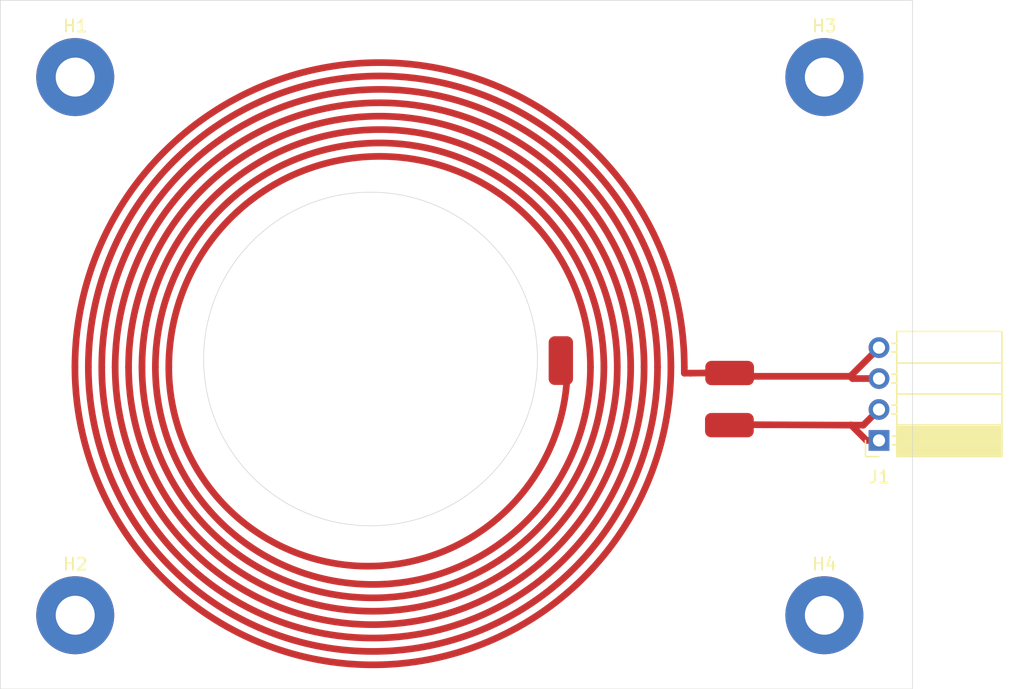
<source format=kicad_pcb>
(kicad_pcb (version 20240108) (generator "pcbnew") (generator_version "8.0")
  (layers (0 "F.Cu" signal) (31 "B.Cu" signal) (34 "B.Paste" user) (35 "F.Paste" user) (36 "B.SilkS" user "B.Silkscreen") (37 "F.SilkS" user "F.Silkscreen") (38 "B.Mask" user) (39 "F.Mask" user) (44 "Edge.Cuts" user))
  (net 0 "")
  (net 1 "/coil end")
  (net 2 "/coil start")
  (footprint "MountingHole:MountingHole_3.2mm_M3_Pad" (layer "F.Cu") (at 123.7968 71.3648)
    (property "Reference" "H1" (at 0 -4.2 0) (layer "F.SilkS"))
    (property "Value" "MountingHole")
    (pad "1" thru_hole circle (at 0 0) (size 6.4 6.4) (drill 3.2) (layers "*.Cu" "*.Mask"))
  )
  (footprint "MountingHole:MountingHole_3.2mm_M3_Pad" (layer "F.Cu") (at 123.7968 115.5548)
    (property "Reference" "H2" (at 0 -4.2 0) (layer "F.SilkS"))
    (property "Value" "MountingHole")
    (pad "1" thru_hole circle (at 0 0) (size 6.4 6.4) (drill 3.2) (layers "*.Cu" "*.Mask"))
  )
  (footprint "Top sensing coik" (layer "F.Cu") (at 148.225 95.175)
    (property "Reference" "REF**" (hide yes))
    (property "Value" "Bottom sensing coil")
    (fp_line (start 25.55 0) (end 25.55 0.5) (stroke (width 0.55)) (layer "F.Cu"))
    (fp_line (start 25.55 0.5) (end 26.05 0.5) (stroke (width 0.55)) (layer "F.Cu"))
    (fp_line (start 28.03 0.48) (end 26.05 0.5) (stroke (width 0.55)) (layer "F.Cu"))
    (fp_arc (start -24.45 0) (mid 0.55 -25) (end 25.55 0) (stroke (width 0.55)) (layer "F.Cu"))
    (fp_arc (start -23.35 0) (mid 0.55 -23.9) (end 24.45 0) (stroke (width 0.55)) (layer "F.Cu"))
    (fp_arc (start -22.25 0) (mid 0.55 -22.8) (end 23.35 0) (stroke (width 0.55)) (layer "F.Cu"))
    (fp_arc (start -21.15 0) (mid 0.55 -21.7) (end 22.25 0) (stroke (width 0.55)) (layer "F.Cu"))
    (fp_arc (start -20.05 0) (mid 0.55 -20.6) (end 21.15 0) (stroke (width 0.55)) (layer "F.Cu"))
    (fp_arc (start -18.95 0) (mid 0.55 -19.5) (end 20.05 0) (stroke (width 0.55)) (layer "F.Cu"))
    (fp_arc (start -17.85 0) (mid 0.55 -18.4) (end 18.95 0) (stroke (width 0.55)) (layer "F.Cu"))
    (fp_arc (start -16.75 0) (mid 0.55 -17.335006) (end 17.85 0) (stroke (width 0.55)) (layer "F.Cu"))
    (fp_arc (start 15.95 0) (mid -0.4 16.354894) (end -16.75 0) (stroke (width 0.55)) (layer "F.Cu"))
    (fp_arc (start 17.85 0) (mid 0 17.85) (end -17.85 0) (stroke (width 0.55)) (layer "F.Cu"))
    (fp_arc (start 18.95 0) (mid 0 18.95) (end -18.95 0) (stroke (width 0.55)) (layer "F.Cu"))
    (fp_arc (start 20.05 0) (mid 0 20.05) (end -20.05 0) (stroke (width 0.55)) (layer "F.Cu"))
    (fp_arc (start 21.15 0) (mid 0 21.15) (end -21.15 0) (stroke (width 0.55)) (layer "F.Cu"))
    (fp_arc (start 22.25 0) (mid 0 22.25) (end -22.25 0) (stroke (width 0.55)) (layer "F.Cu"))
    (fp_arc (start 23.35 0) (mid 0 23.35) (end -23.35 0) (stroke (width 0.55)) (layer "F.Cu"))
    (fp_arc (start 24.45 0) (mid 0 24.45) (end -24.45 0) (stroke (width 0.55)) (layer "F.Cu"))
    (pad "" smd roundrect (at 15.42 -0.53 270) (size 4 2) (layers "F.Cu"))
    (pad "1" smd roundrect (at 29.27 0.49) (size 4 2) (layers "F.Cu") (net 2 "/coil start"))
    (pad "2" smd roundrect (at 29.25 4.77) (size 4 2) (layers "F.Cu") (net 1 "/coil end"))
  )
  (footprint "Connector_PinSocket_2.54mm:PinSocket_1x04_P2.54mm_Horizontal" (layer "F.Cu") (at 189.75 101.2 180)
    (property "Reference" "J1" (at -0.025 -3 180) (layer "F.SilkS"))
    (property "Value" "Conn_01x04_Socket")
    (fp_line (start 1.11 -1.33) (end 1.11 0) (stroke (width 0.12)) (layer "F.SilkS"))
    (fp_line (start 0 -1.33) (end 1.11 -1.33) (stroke (width 0.12)) (layer "F.SilkS"))
    (fp_line (start -1.46 7.98) (end -1.05 7.98) (stroke (width 0.12)) (layer "F.SilkS"))
    (fp_line (start -1.46 7.26) (end -1.05 7.26) (stroke (width 0.12)) (layer "F.SilkS"))
    (fp_line (start -1.46 5.44) (end -1.05 5.44) (stroke (width 0.12)) (layer "F.SilkS"))
    (fp_line (start -1.46 4.72) (end -1.05 4.72) (stroke (width 0.12)) (layer "F.SilkS"))
    (fp_line (start -1.46 2.9) (end -1.05 2.9) (stroke (width 0.12)) (layer "F.SilkS"))
    (fp_line (start -1.46 2.18) (end -1.05 2.18) (stroke (width 0.12)) (layer "F.SilkS"))
    (fp_line (start -1.46 0.36) (end -1.11 0.36) (stroke (width 0.12)) (layer "F.SilkS"))
    (fp_line (start -1.46 -0.36) (end -1.11 -0.36) (stroke (width 0.12)) (layer "F.SilkS"))
    (fp_line (start -1.46 -1.33) (end -1.46 8.95) (stroke (width 0.12)) (layer "F.SilkS"))
    (fp_line (start -10.09 8.95) (end -1.46 8.95) (stroke (width 0.12)) (layer "F.SilkS"))
    (fp_line (start -10.09 6.35) (end -1.46 6.35) (stroke (width 0.12)) (layer "F.SilkS"))
    (fp_line (start -10.09 3.81) (end -1.46 3.81) (stroke (width 0.12)) (layer "F.SilkS"))
    (fp_line (start -10.09 1.27) (end -1.46 1.27) (stroke (width 0.12)) (layer "F.SilkS"))
    (fp_line (start -10.09 1.1519) (end -1.46 1.1519) (stroke (width 0.12)) (layer "F.SilkS"))
    (fp_line (start -10.09 1.033805) (end -1.46 1.033805) (stroke (width 0.12)) (layer "F.SilkS"))
    (fp_line (start -10.09 0.91571) (end -1.46 0.91571) (stroke (width 0.12)) (layer "F.SilkS"))
    (fp_line (start -10.09 0.797615) (end -1.46 0.797615) (stroke (width 0.12)) (layer "F.SilkS"))
    (fp_line (start -10.09 0.67952) (end -1.46 0.67952) (stroke (width 0.12)) (layer "F.SilkS"))
    (fp_line (start -10.09 0.561425) (end -1.46 0.561425) (stroke (width 0.12)) (layer "F.SilkS"))
    (fp_line (start -10.09 0.44333) (end -1.46 0.44333) (stroke (width 0.12)) (layer "F.SilkS"))
    (fp_line (start -10.09 0.325235) (end -1.46 0.325235) (stroke (width 0.12)) (layer "F.SilkS"))
    (fp_line (start -10.09 0.20714) (end -1.46 0.20714) (stroke (width 0.12)) (layer "F.SilkS"))
    (fp_line (start -10.09 0.089045) (end -1.46 0.089045) (stroke (width 0.12)) (layer "F.SilkS"))
    (fp_line (start -10.09 -0.02905) (end -1.46 -0.02905) (stroke (width 0.12)) (layer "F.SilkS"))
    (fp_line (start -10.09 -0.147145) (end -1.46 -0.147145) (stroke (width 0.12)) (layer "F.SilkS"))
    (fp_line (start -10.09 -0.26524) (end -1.46 -0.26524) (stroke (width 0.12)) (layer "F.SilkS"))
    (fp_line (start -10.09 -0.383335) (end -1.46 -0.383335) (stroke (width 0.12)) (layer "F.SilkS"))
    (fp_line (start -10.09 -0.50143) (end -1.46 -0.50143) (stroke (width 0.12)) (layer "F.SilkS"))
    (fp_line (start -10.09 -0.619525) (end -1.46 -0.619525) (stroke (width 0.12)) (layer "F.SilkS"))
    (fp_line (start -10.09 -0.73762) (end -1.46 -0.73762) (stroke (width 0.12)) (layer "F.SilkS"))
    (fp_line (start -10.09 -0.855715) (end -1.46 -0.855715) (stroke (width 0.12)) (layer "F.SilkS"))
    (fp_line (start -10.09 -0.97381) (end -1.46 -0.97381) (stroke (width 0.12)) (layer "F.SilkS"))
    (fp_line (start -10.09 -1.091905) (end -1.46 -1.091905) (stroke (width 0.12)) (layer "F.SilkS"))
    (fp_line (start -10.09 -1.21) (end -1.46 -1.21) (stroke (width 0.12)) (layer "F.SilkS"))
    (fp_line (start -10.09 -1.33) (end -1.46 -1.33) (stroke (width 0.12)) (layer "F.SilkS"))
    (fp_line (start -10.09 -1.33) (end -10.09 8.95) (stroke (width 0.12)) (layer "F.SilkS"))
    (pad "1" thru_hole rect (at 0 0 180) (size 1.7 1.7) (drill 1) (layers "*.Cu" "*.Mask") (net 1 "/coil end"))
    (pad "2" thru_hole oval (at 0 2.54 180) (size 1.7 1.7) (drill 1) (layers "*.Cu" "*.Mask") (net 1 "/coil end"))
    (pad "3" thru_hole oval (at 0 5.08 180) (size 1.7 1.7) (drill 1) (layers "*.Cu" "*.Mask") (net 2 "/coil start"))
    (pad "4" thru_hole oval (at 0 7.62 180) (size 1.7 1.7) (drill 1) (layers "*.Cu" "*.Mask") (net 2 "/coil start"))
  )
  (footprint "MountingHole:MountingHole_3.2mm_M3_Pad" (layer "F.Cu") (at 185.2668 71.3648)
    (property "Reference" "H3" (at 0 -4.2 0) (layer "F.SilkS"))
    (property "Value" "MountingHole")
    (pad "1" thru_hole circle (at 0 0) (size 6.4 6.4) (drill 3.2) (layers "*.Cu" "*.Mask"))
  )
  (footprint "MountingHole:MountingHole_3.2mm_M3_Pad" (layer "F.Cu") (at 185.2668 115.5548)
    (property "Reference" "H4" (at 0 -4.2 0) (layer "F.SilkS"))
    (property "Value" "MountingHole")
    (pad "1" thru_hole circle (at 0 0) (size 6.4 6.4) (drill 3.2) (layers "*.Cu" "*.Mask"))
  )
  (gr_rect (start 117.65 65.0596) (end 192.5 121.6) (stroke (width 0.05)) (fill none) (layer "Edge.Cuts"))
  (gr_circle (center 148.0284 94.513808) (end 160.2668 88.3648) (stroke (width 0.05)) (fill none) (layer "Edge.Cuts"))
  (segment (start 187.43 99.945) (end 187.45 99.925) (width 0.55) (layer "F.Cu") (net 1))
  (segment (start 188.465 99.945) (end 189.75 98.66) (width 0.55) (layer "F.Cu") (net 1))
  (segment (start 187.45 99.925) (end 188.725 101.2) (width 0.55) (layer "F.Cu") (net 1))
  (segment (start 188.725 101.2) (end 189.75 101.2) (width 0.55) (layer "F.Cu") (net 1))
  (segment (start 177.475 99.9) (end 187.43 99.945) (width 0.55) (layer "F.Cu") (net 1))
  (segment (start 177.475 99.945) (end 177.475 99.9) (width 0.55) (layer "F.Cu") (net 1))
  (segment (start 187.43 99.945) (end 188.465 99.945) (width 0.55) (layer "F.Cu") (net 1))
  (segment (start 187.395 95.935) (end 189.75 93.58) (width 0.55) (layer "F.Cu") (net 2))
  (segment (start 187.58 96.12) (end 189.75 96.12) (width 0.55) (layer "F.Cu") (net 2))
  (segment (start 187.395 95.935) (end 187.58 96.12) (width 0.55) (layer "F.Cu") (net 2))
  (segment (start 177.765 95.935) (end 187.395 95.935) (width 0.55) (layer "F.Cu") (net 2))
  (segment (start 177.495 95.665) (end 177.765 95.935) (width 0.55) (layer "F.Cu") (net 2))
)
</source>
